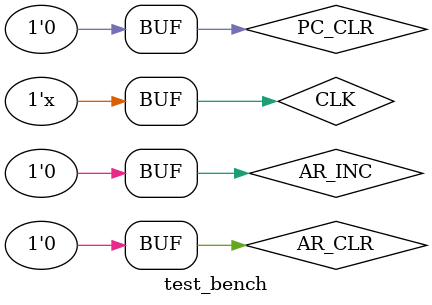
<source format=v>
`timescale 1ns / 1ps

module test_bench;

reg CLK;
wire [7:0] timing_signals;
reg [7:0] timing;

reg PC_INC; 
reg PC_CLR; 
reg PC_LD; 
reg [3:0] PC_IN;
wire [3:0] PC_OUT;

reg AR_INC; 
reg AR_CLR; 
reg AR_LD; 
reg [3:0] AR_IN;
wire [3:0] AR_OUT;

reg RW_memory;
reg [7:0] DataIN_tb;
wire [7:0] DataBus_tb;


reg [7:0] Decoded_OPcode;
reg I_bit;

reg r;
reg indirect_memory;
reg direct_memory;

wire AC_CLR;
wire AC_COM;
wire AC_CIR;
wire AC_CIL;
reg [7:0] AC_IN;
reg AC_LD;
wire [7:0] AC_OUT;

reg DR_INC; 
reg DR_CLR; 
reg DR_LD; 
reg [7:0] DR_IN;
wire [7:0] DR_OUT;


initial begin
    
    CLK = 1'b1;
    
    PC_INC = 1'b0;
    PC_CLR = 1'b0;
    PC_LD  = 1'b0;
    PC_IN  = 4'b0;
    
    AR_INC = 1'b0;
    AR_CLR = 1'b0;
    AR_LD  = 1'b0;
    
    AC_LD = 1'b0;
end

always #5 CLK = ~CLK;

sequence_counter SC (
    .CLK(CLK),
    .CLR(r),
    .T(timing_signals)
);

PC_program_counter PC (
    .clk_clock(CLK),
    .INR_increment(PC_INC),
    .CLR_clear(PC_CLR),
    .LD_load(PC_LD),
    .PC_input(PC_IN),
    .PC_output(PC_OUT)   
);

AR_address_register AR (
    .clk_clock(CLK),
    .INR_increment(AR_INC),
    .CLR_clear(AR_CLR),
    .LD_load(AR_LD),
    .AR_input(AR_IN),
    .AR_output(AR_OUT)   
);

RAM ram_t(
    .address(AR_OUT),
    .CLK(CLK),
    .R_W(RW_memory),
    .Data_Bus(DataBus_tb)
);

register_reference_instructions AC_instructions(
    .CLK(CLK),
    .r(r),
    .T3(timing[3]),
    .B(AR_OUT),
    .clear_AC(AC_CLR),
    .COM_AC(AC_COM),
    .CIR_AC(AC_CIR),
    .CIL_AC(AC_CIL)
    );
    
AC_accumulator AC(
    .CLK(CLK),
    .input_data(AC_IN),
    .LD_load(AC_LD),   
    .CLR_clear(AC_CLR),
    .COM_complement(AC_COM),
    .CIR_circulateR(AC_CIR),
    .CIL_circulateL(AC_CIL),
    .AC_output(AC_OUT)
);

    
DR_data_register DR(
    .clk_clock(CLK),
    //.INR_increment(DR_INC),
    //.CLR_clear(DR_CLR),
    //.LD_load(DR_LD),
    .DR_input(DR_IN),
    .DR_output(DR_OUT) 
);

assign DataBus_tb = RW_memory ? 'hzz : DataIN_tb;

always @(posedge CLK) begin
    timing = timing_signals;
    r = Decoded_OPcode[7] && timing[3];
    indirect_memory = (~Decoded_OPcode[7]) && timing[3] && I_bit;
    direct_memory = (~Decoded_OPcode[7]) && timing[3] && (~I_bit);
end 

always @(posedge timing[0])
begin
    AR_IN <= PC_OUT;
    AR_LD <= 1'b1;
    #1 AR_LD <= 1'b0;  
end
always @(posedge timing[1])
begin
    RW_memory = 1'b1;
    PC_INC <= 1'b1;
    #1 PC_INC <= 1'b0; 
end

always @(posedge timing[2])
begin
    AR_IN <= DataBus_tb[3:0];
    I_bit <= DataBus_tb[7];
    case (DataBus_tb[6:4])
        3'b000: Decoded_OPcode <= 8'h01; 
        3'b001: Decoded_OPcode <= 8'h02;  
        3'b010: Decoded_OPcode <= 8'h04; 
        3'b011: Decoded_OPcode <= 8'h08; 
        3'b100: Decoded_OPcode <= 8'h10; 
        3'b101: Decoded_OPcode <= 8'h20; 
        3'b110: Decoded_OPcode <= 8'h40;
        3'b111: Decoded_OPcode <= 8'h80; 
        default: Decoded_OPcode <= 8'h00; 
    endcase 
    AR_LD <= 1'b1;
    #1 AR_LD <= 1'b0;       
end

always @(posedge indirect_memory) 
begin   
    AR_IN <= DataBus_tb[3:0];
    AR_LD <= 1'b1;
    #1 AR_LD <= 1'b0; 
end

always @(posedge direct_memory)
begin
    #10;
end

always @(posedge timing[4])
    begin
        if(Decoded_OPcode[0] || Decoded_OPcode[1] || Decoded_OPcode[2]) begin
            AR_IN <= DataBus_tb[3:0];
            AR_LD <= 1'b1; 
            DR_IN <= DataBus_tb[7:0];
            #1 AR_LD <= 1'b0;
        end else if (Decoded_OPcode[3]) begin   // STA (Store Accumulator)
           RW_memory <= 1'b0;
           DataIN_tb <= AC_OUT;
           r <= 1'b1;
           #1 r <= 1'b0;
           #9 RW_memory <= 1'b1;
        end else if (Decoded_OPcode[4]) begin   // BUN (Branch)
           PC_IN <= AR_OUT;
           PC_LD <= 1'b1;
           r <= 1'b1;
           #1 PC_LD <= 1'b0;
           r <= 1'b0;
        end 
end 
always @(posedge timing[5]) begin
    if(Decoded_OPcode[0]) begin      //AND (and logical operation)
        AC_LD <= 1'b1;
        AC_IN <= AC_OUT & DR_OUT;
        r <= 1'b1;
        #1 AC_LD <= 1'b0;
        r <= 1'b0;
    end else if(Decoded_OPcode[1]) begin  // ADD (sum operation)
        AC_LD <= 1'b1;
        AC_IN <= AC_OUT + DR_OUT;
        r <= 1'b1;
        #1 AC_LD <= 1'b0;
        r <= 1'b0;   
    end else if(Decoded_OPcode[2]) begin  // LDA (load accumulator)
        AC_LD <= 1'b1;  
        AC_IN <= DR_OUT;
        r <= 1'b1;
        #1 AC_LD <= 1'b0;
        r <= 1'b0; 
    end
end

  
endmodule


</source>
